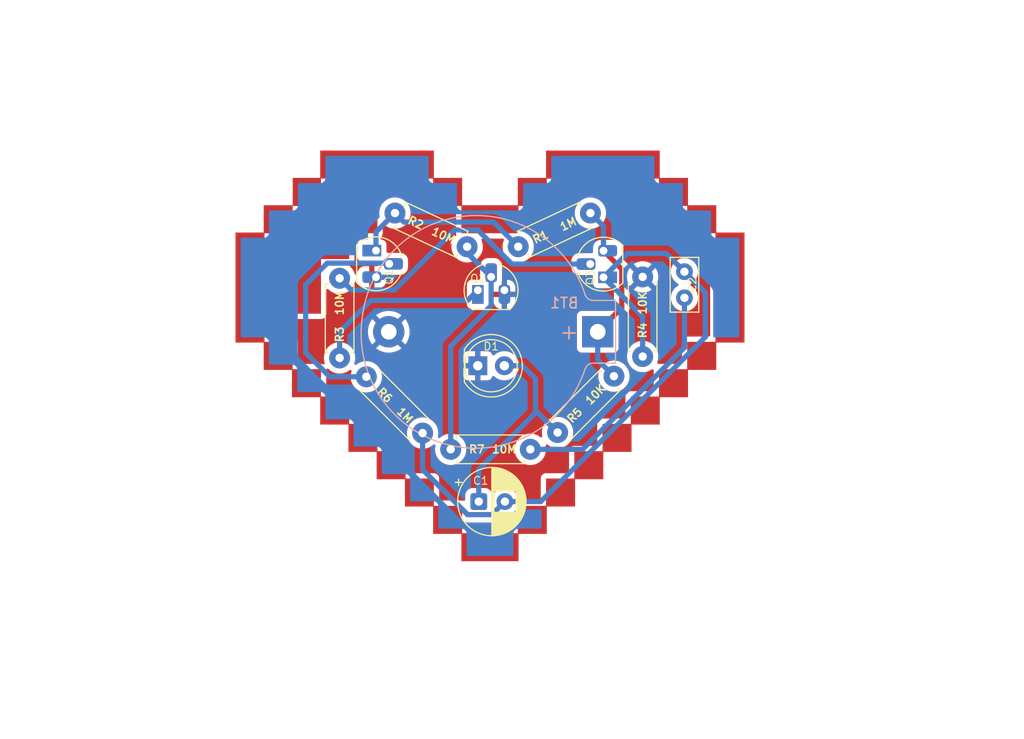
<source format=kicad_pcb>
(kicad_pcb (version 20241229) (generator "pcbnew") (generator_version "9.0")
  (layers (0 "F.Cu" signal) (2 "B.Cu" signal) (13 "F.Paste" user) (15 "B.Paste" user) (5 "F.SilkS" user "F.Silkscreen") (7 "B.SilkS" user "B.Silkscreen") (1 "F.Mask" user) (3 "B.Mask" user) (25 "Edge.Cuts" user))
  (net 0 "")
  (net 1 "GND")
  (net 2 "Net-(BT1-+)")
  (net 3 "Net-(Q3-C)")
  (net 4 "Net-(D1-A)")
  (net 5 "Net-(C2-Pad1)")
  (net 6 "Net-(Q1-C)")
  (net 7 "Net-(Q1-B)")
  (net 8 "Net-(Q2-C)")
  (net 9 "Net-(Q2-B)")
  (net 10 "Net-(Q3-B)")
  (footprint "blinkyparts:R_Axial_DIN0207_L6.3mm_D2.5mm_P7.62mm_Horizontal_handsoldering" (layer "F.Cu") (at 143.796967 74.389825 -25)
    (property "Reference" "R2" (at 2.192282 -0.000208 155) (layer "F.SilkS") (effects (font (size 0.75 0.75))))
    (property "Value" "10M" (at 5.118457 0.000655 155) (layer "F.SilkS") (effects (font (size 0.75 0.75))))
    (fp_line (start 0.540001 1.369999) (end 7.08 1.37) (stroke (width 0.12)) (layer "F.SilkS"))
    (fp_line (start 0.539999 1.039999) (end 0.540001 1.369999) (stroke (width 0.12)) (layer "F.SilkS"))
    (fp_line (start 0.54 -1.04) (end 0.54 -1.37) (stroke (width 0.12)) (layer "F.SilkS"))
    (fp_line (start 0.54 -1.37) (end 7.08 -1.37) (stroke (width 0.12)) (layer "F.SilkS"))
    (fp_line (start 7.08 1.37) (end 7.08 1.04) (stroke (width 0.12)) (layer "F.SilkS"))
    (fp_line (start 7.08 -1.37) (end 7.08 -1.04) (stroke (width 0.12)) (layer "F.SilkS"))
    (pad "1" thru_hole circle (at 0 0 335) (size 2 2) (drill 0.8) (layers "*.Cu" "*.Mask") (net 6 "Net-(Q1-C)"))
    (pad "2" thru_hole circle (at 7.620001 0 335) (size 2 2) (drill 0.8) (layers "*.Cu" "*.Mask") (net 9 "Net-(Q2-B)"))
  )
  (footprint "Package_TO_SOT_THT:TO-92_HandSolder" (layer "F.Cu") (at 163.75 80.54 90)
    (property "Reference" "Q3" (at 0 -1.25 90) (layer "F.SilkS") (effects (font (size 0.75 0.75) (thickness 0.1))))
    (property "Value" "BC557")
    (fp_line (start -0.53 1.85) (end 3.07 1.85) (stroke (width 0.12)) (layer "F.SilkS"))
    (fp_arc (start 2.05 -2.45) (mid 3.769931 -0.601036) (end 3.078445 1.827684) (stroke (width 0.12)) (layer "F.SilkS"))
    (fp_arc (start -0.541875 1.841741) (mid -1.247231 -0.581764) (end 0.45 -2.45) (stroke (width 0.12)) (layer "F.SilkS"))
    (pad "1" thru_hole rect (at 0 0 90) (size 1.1 1.8) (drill 0.75 (offset 0 0.4)) (layers "*.Cu" "*.Mask") (net 3 "Net-(Q3-C)"))
    (pad "2" thru_hole roundrect (at 1.27 -1.27 90) (size 1.1 1.8) (drill 0.75 (offset 0 -0.4)) (layers "*.Cu" "*.Mask") (net 10 "Net-(Q3-B)"))
    (pad "3" thru_hole roundrect (at 2.54 0 90) (size 1.1 1.8) (drill 0.75 (offset 0 0.4)) (layers "*.Cu" "*.Mask") (net 2 "Net-(BT1-+)"))
  )
  (footprint "blinkyparts:R_Axial_DIN0207_L6.3mm_D2.5mm_P7.62mm_Horizontal_handsoldering" (layer "F.Cu") (at 167.5 88.12 90)
    (property "Reference" "R4" (at 2.5 0 90) (layer "F.SilkS") (effects (font (size 0.75 0.75))))
    (property "Value" "10K" (at 5.12 0 90) (layer "F.SilkS") (effects (font (size 0.75 0.75))))
    (fp_line (start 7.08 -1.37) (end 7.08 -1.04) (stroke (width 0.12)) (layer "F.SilkS"))
    (fp_line (start 0.54 -1.37) (end 7.08 -1.37) (stroke (width 0.12)) (layer "F.SilkS"))
    (fp_line (start 0.54 -1.04) (end 0.54 -1.37) (stroke (width 0.12)) (layer "F.SilkS"))
    (fp_line (start 0.54 1.04) (end 0.54 1.37) (stroke (width 0.12)) (layer "F.SilkS"))
    (fp_line (start 7.08 1.37) (end 7.08 1.04) (stroke (width 0.12)) (layer "F.SilkS"))
    (fp_line (start 0.54 1.37) (end 7.08 1.37) (stroke (width 0.12)) (layer "F.SilkS"))
    (pad "1" thru_hole circle (at 0 0 90) (size 2 2) (drill 0.8) (layers "*.Cu" "*.Mask") (net 3 "Net-(Q3-C)"))
    (pad "2" thru_hole circle (at 7.62 0 90) (size 2 2) (drill 0.8) (layers "*.Cu" "*.Mask") (net 1 "GND"))
  )
  (footprint "blinkyparts:heart-pixel" (layer "F.Cu") (at 128.5 68.25)
    (property "Reference" "heart" (hide yes))
    (property "Value" "G***" (hide yes))
    (fp_poly (pts (xy 10.845024 5.388067) (xy 10.845024 7.858664) (xy 8.142882 7.858664) (xy 8.142882 10.473923) (xy 5.443077 10.473923) (xy 5.443077 15.774512) (xy 8.217811 15.774512) (xy 8.217811 10.546255) (xy 10.917609 10.546255) (xy 10.917609 8.0734) (xy 13.619759 8.0734) (xy 13.619759 5.388067) (xy 10.845024 5.388067)) (fill yes) (layer "F.Cu"))
    (fp_poly (pts (xy 8.140538 0.15755) (xy 8.140538 2.772809) (xy 5.510981 2.772809) (xy 5.510981 5.388067) (xy 2.736253 5.388067) (xy 2.736253 8.003328) (xy 0.034105 8.003328) (xy 0.034105 18.534436) (xy 2.736253 18.534436) (xy 2.736253 21.149694) (xy 5.438396 21.149694) (xy 5.438396 23.764952) (xy 8.140539 23.764952) (xy 8.140539 26.380209) (xy 10.842681 26.380209) (xy 10.842681 28.99547) (xy 13.54483 28.99547) (xy 13.54483 31.610728) (xy 16.24697 31.610728) (xy 16.24697 34.225986) (xy 18.949114 34.225986) (xy 18.949114 36.841246) (xy 21.651255 36.841246) (xy 21.651255 39.456506) (xy 27.053204 39.456506) (xy 27.053204 36.771176) (xy 21.723846 36.771176) (xy 21.723846 34.155913) (xy 19.021705 34.155913) (xy 19.021705 31.540655) (xy 16.319557 31.540655) (xy 16.319557 28.925397) (xy 13.617413 28.925397) (xy 13.617413 26.310139) (xy 10.915272 26.310139) (xy 10.915272 23.694879) (xy 8.213124 23.694879) (xy 8.213124 21.079621) (xy 5.510981 21.079621) (xy 5.510981 18.464363) (xy 2.808839 18.464363) (xy 2.808839 8.0734) (xy 5.510981 8.0734) (xy 5.510981 5.458143) (xy 8.213124 5.458143) (xy 8.213124 2.842884) (xy 18.946773 2.842884) (xy 18.946773 5.458143) (xy 21.648917 5.458143) (xy 21.648917 8.0734) (xy 27.125795 8.0734) (xy 27.125795 5.458143) (xy 29.827936 5.458143) (xy 29.827936 2.842884) (xy 40.560413 2.842884) (xy 40.560413 5.458143) (xy 43.262554 5.458143) (xy 43.262554 8.0734) (xy 45.964697 8.0734) (xy 45.964697 18.464363) (xy 43.262554 18.464363) (xy 43.262554 21.079621) (xy 40.563926 21.079621) (xy 40.563926 23.694879) (xy 37.861778 23.694879) (xy 37.861778 26.310139) (xy 35.159637 26.310139) (xy 35.159637 28.925397) (xy 32.457493 28.925397) (xy 32.457493 31.540655) (xy 29.755345 31.540655) (xy 29.755345 34.155913) (xy 27.053204 34.155913) (xy 27.053204 36.771176) (xy 27.053204 39.456506) (xy 27.128133 39.456506) (xy 27.128133 36.841246) (xy 29.830274 36.841246) (xy 29.830274 34.225986) (xy 32.532423 34.225986) (xy 32.532423 31.610728) (xy 35.234566 31.610728) (xy 35.234566 28.99547) (xy 37.936709 28.99547) (xy 37.936709 26.380209) (xy 40.638855 26.380209) (xy 40.638855 23.764952) (xy 43.340996 23.764952) (xy 43.340996 21.149694) (xy 46.04314 21.149694) (xy 46.04314 18.534436) (xy 48.745281 18.534436) (xy 48.745281 8.003328) (xy 46.04314 8.003328) (xy 46.04314 5.388067) (xy 46.04082 5.388067) (xy 43.338676 5.388067) (xy 43.338676 2.772809) (xy 40.6366 2.772809) (xy 40.6366 0.15755) (xy 29.755345 0.15755) (xy 29.755345 2.772809) (xy 27.053204 2.772809) (xy 27.053204 5.388067) (xy 21.723846 5.388067) (xy 21.723846 2.772809) (xy 19.021705 2.772809) (xy 19.021705 0.15755) (xy 8.140538 0.15755)) (fill yes) (layer "F.Cu"))
    (fp_poly (pts (xy 8.140535 0.157547) (xy 8.140535 2.772808) (xy 5.510978 2.772808) (xy 5.510978 5.388067) (xy 2.736248 5.388067) (xy 2.736248 8.003325) (xy 0.034107 8.003325) (xy 0.034107 18.534432) (xy 2.736248 18.534432) (xy 2.736248 21.14969) (xy 5.438391 21.14969) (xy 5.438391 23.764949) (xy 8.140535 23.764949) (xy 8.140535 26.380208) (xy 10.842684 26.380208) (xy 10.842684 28.995467) (xy 13.544824 28.995467) (xy 13.544824 31.610724) (xy 16.246968 31.610724) (xy 16.246968 34.225985) (xy 18.949109 34.225985) (xy 18.949109 36.841243) (xy 21.651257 36.841243) (xy 21.651257 39.456503) (xy 27.128123 39.456503) (xy 27.128123 36.841243) (xy 29.830271 36.841243) (xy 29.830271 34.225985) (xy 32.532415 34.225985) (xy 32.532415 31.610724) (xy 35.234556 31.610724) (xy 35.234556 28.995467) (xy 37.936699 28.995467) (xy 37.936699 26.380208) (xy 40.638845 26.380208) (xy 40.638845 23.764949) (xy 43.340989 23.764949) (xy 43.340989 21.14969) (xy 46.043132 21.14969) (xy 46.043132 18.534432) (xy 48.745275 18.534432) (xy 48.745275 8.003325) (xy 46.043132 8.003325) (xy 46.043132 5.388067) (xy 46.040812 5.388067) (xy 43.338661 5.388067) (xy 43.338661 2.772808) (xy 40.636585 2.772808) (xy 40.636585 0.157547) (xy 29.755342 0.157547) (xy 29.755342 2.772808) (xy 27.053193 2.772808) (xy 27.053193 5.388067) (xy 21.723843 5.388067) (xy 21.723843 2.772808) (xy 19.021701 2.772808) (xy 19.021701 0.157547) (xy 8.140535 0.157547)) (stroke (width 0.00001)) (fill no) (layer "Edge.Cuts"))
  )
  (footprint "Package_TO_SOT_THT:TO-92_HandSolder" (layer "F.Cu") (at 141.98 77.98 -90)
    (property "Reference" "Q1" (at 2.5 -1.25 90) (layer "F.SilkS") (effects (font (size 0.75 0.75) (thickness 0.1))))
    (property "Value" "BC547")
    (fp_line (start -0.53 1.85) (end 3.07 1.85) (stroke (width 0.12)) (layer "F.SilkS"))
    (fp_arc (start -0.541875 1.841741) (mid -1.247231 -0.581764) (end 0.45 -2.45) (stroke (width 0.12)) (layer "F.SilkS"))
    (fp_arc (start 2.05 -2.45) (mid 3.769931 -0.601036) (end 3.078445 1.827684) (stroke (width 0.12)) (layer "F.SilkS"))
    (pad "1" thru_hole rect (at 0 0 270) (size 1.1 1.8) (drill 0.75 (offset 0 0.4)) (layers "*.Cu" "*.Mask") (net 6 "Net-(Q1-C)"))
    (pad "2" thru_hole roundrect (at 1.27 -1.27 270) (size 1.1 1.8) (drill 0.75 (offset 0 -0.4)) (layers "*.Cu" "*.Mask") (net 7 "Net-(Q1-B)"))
    (pad "3" thru_hole roundrect (at 2.54 0 270) (size 1.1 1.8) (drill 0.75 (offset 0 0.4)) (layers "*.Cu" "*.Mask") (net 1 "GND"))
  )
  (footprint "blinkyparts:R_Axial_DIN0207_L6.3mm_D2.5mm_P7.62mm_Horizontal_handsoldering" (layer "F.Cu") (at 164.75 90 -135)
    (property "Reference" "R5" (at 5.303301 0 45) (layer "F.SilkS") (effects (font (size 0.75 0.75))))
    (property "Value" "10K" (at 2.474874 0 45) (layer "F.SilkS") (effects (font (size 0.75 0.75))))
    (fp_line (start 7.08 1.37) (end 7.08 1.04) (stroke (width 0.12)) (layer "F.SilkS"))
    (fp_line (start 7.08 -1.37) (end 7.08 -1.04) (stroke (width 0.12)) (layer "F.SilkS"))
    (fp_line (start 0.54 1.37) (end 7.08 1.37) (stroke (width 0.12)) (layer "F.SilkS"))
    (fp_line (start 0.54 1.04) (end 0.54 1.37) (stroke (width 0.12)) (layer "F.SilkS"))
    (fp_line (start 0.54 -1.04) (end 0.54 -1.37) (stroke (width 0.12)) (layer "F.SilkS"))
    (fp_line (start 0.54 -1.37) (end 7.08 -1.37) (stroke (width 0.12)) (layer "F.SilkS"))
    (pad "1" thru_hole circle (at 0 0 225) (size 2 2) (drill 0.8) (layers "*.Cu" "*.Mask") (net 2 "Net-(BT1-+)"))
    (pad "2" thru_hole circle (at 7.62 0 225) (size 2 2) (drill 0.8) (layers "*.Cu" "*.Mask") (net 4 "Net-(D1-A)"))
  )
  (footprint "blinkyparts:R_Axial_DIN0207_L6.3mm_D2.5mm_P7.62mm_Horizontal_handsoldering" (layer "F.Cu") (at 162.5 74.389826 -155)
    (property "Reference" "R1" (at 5.296998 -0.065639 25) (layer "F.SilkS") (effects (font (size 0.75 0.75))))
    (property "Value" "1M" (at 2.370823 -0.064776 25) (layer "F.SilkS") (effects (font (size 0.75 0.75))))
    (fp_line (start 7.080001 1.370001) (end 7.08 1.04) (stroke (width 0.12)) (layer "F.SilkS"))
    (fp_line (start 7.079999 -1.369999) (end 7.08 -1.04) (stroke (width 0.12)) (layer "F.SilkS"))
    (fp_line (start 0.54 1.37) (end 7.080001 1.370001) (stroke (width 0.12)) (layer "F.SilkS"))
    (fp_line (start 0.54 1.04) (end 0.54 1.37) (stroke (width 0.12)) (layer "F.SilkS"))
    (fp_line (start 0.540001 -1.04) (end 0.540001 -1.370002) (stroke (width 0.12)) (layer "F.SilkS"))
    (fp_line (start 0.540001 -1.370002) (end 7.079999 -1.369999) (stroke (width 0.12)) (layer "F.SilkS"))
    (pad "1" thru_hole circle (at 0 0 205) (size 2 2) (drill 0.8) (layers "*.Cu" "*.Mask") (net 2 "Net-(BT1-+)"))
    (pad "2" thru_hole circle (at 7.620001 0 205) (size 2 2) (drill 0.8) (layers "*.Cu" "*.Mask") (net 6 "Net-(Q1-C)"))
  )
  (footprint "Package_TO_SOT_THT:TO-92_HandSolder" (layer "F.Cu") (at 151.73 81.77)
    (property "Reference" "Q2" (at 0.02 -1.11 0) (layer "F.SilkS") (effects (font (size 0.75 0.75) (thickness 0.1))))
    (property "Value" "BC547")
    (fp_line (start -0.53 1.85) (end 3.07 1.85) (stroke (width 0.12)) (layer "F.SilkS"))
    (fp_arc (start -0.541875 1.841741) (mid -1.247231 -0.581764) (end 0.45 -2.45) (stroke (width 0.12)) (layer "F.SilkS"))
    (fp_arc (start 2.05 -2.45) (mid 3.769931 -0.601036) (end 3.078445 1.827684) (stroke (width 0.12)) (layer "F.SilkS"))
    (pad "1" thru_hole rect (at 0 0) (size 1.1 1.8) (drill 0.75 (offset 0 0.4)) (layers "*.Cu" "*.Mask") (net 8 "Net-(Q2-C)"))
    (pad "2" thru_hole roundrect (at 1.27 -1.27) (size 1.1 1.8) (drill 0.75 (offset 0 -0.4)) (layers "*.Cu" "*.Mask") (net 9 "Net-(Q2-B)"))
    (pad "3" thru_hole roundrect (at 2.54 0) (size 1.1 1.8) (drill 0.75 (offset 0 0.4)) (layers "*.Cu" "*.Mask") (net 1 "GND"))
  )
  (footprint "Capacitor_THT:CP_Radial_D6.3mm_P2.50mm" (layer "F.Cu") (at 151.817621 102)
    (property "Reference" "C1" (at 0.182379 -2 0) (layer "F.SilkS") (effects (font (size 0.75 0.75) (thickness 0.1))))
    (property "Value" "100uF")
    (fp_line (start -2.250241 -1.839) (end -1.620241 -1.839) (stroke (width 0.12)) (layer "F.SilkS"))
    (fp_line (start -1.935241 -2.154) (end -1.935241 -1.524) (stroke (width 0.12)) (layer "F.SilkS"))
    (fp_line (start 1.25 -3.23) (end 1.25 3.23) (stroke (width 0.12)) (layer "F.SilkS"))
    (fp_line (start 1.29 -3.23) (end 1.29 3.23) (stroke (width 0.12)) (layer "F.SilkS"))
    (fp_line (start 1.33 -3.229) (end 1.33 3.229) (stroke (width 0.12)) (layer "F.SilkS"))
    (fp_line (start 1.37 -3.228) (end 1.37 3.228) (stroke (width 0.12)) (layer "F.SilkS"))
    (fp_line (start 1.41 -3.226) (end 1.41 3.226) (stroke (width 0.12)) (layer "F.SilkS"))
    (fp_line (start 1.45 -3.224) (end 1.45 3.224) (stroke (width 0.12)) (layer "F.SilkS"))
    (fp_line (start 1.49 -3.221) (end 1.49 -1.04) (stroke (width 0.12)) (layer "F.SilkS"))
    (fp_line (start 1.49 1.04) (end 1.49 3.221) (stroke (width 0.12)) (layer "F.SilkS"))
    (fp_line (start 1.53 -3.218) (end 1.53 -1.04) (stroke (width 0.12)) (layer "F.SilkS"))
    (fp_line (start 1.53 1.04) (end 1.53 3.218) (stroke (width 0.12)) (layer "F.SilkS"))
    (fp_line (start 1.57 -3.214) (end 1.57 -1.04) (stroke (width 0.12)) (layer "F.SilkS"))
    (fp_line (start 1.57 1.04) (end 1.57 3.214) (stroke (width 0.12)) (layer "F.SilkS"))
    (fp_line (start 1.61 -3.21) (end 1.61 -1.04) (stroke (width 0.12)) (layer "F.SilkS"))
    (fp_line (start 1.61 1.04) (end 1.61 3.21) (stroke (width 0.12)) (layer "F.SilkS"))
    (fp_line (start 1.65 -3.205) (end 1.65 -1.04) (stroke (width 0.12)) (layer "F.SilkS"))
    (fp_line (start 1.65 1.04) (end 1.65 3.205) (stroke (width 0.12)) (layer "F.SilkS"))
    (fp_line (start 1.69 -3.2) (end 1.69 -1.04) (stroke (width 0.12)) (layer "F.SilkS"))
    (fp_line (start 1.69 1.04) (end 1.69 3.2) (stroke (width 0.12)) (layer "F.SilkS"))
    (fp_line (start 1.73 -3.195) (end 1.73 -1.04) (stroke (width 0.12)) (layer "F.SilkS"))
    (fp_line (start 1.73 1.04) (end 1.73 3.195) (stroke (width 0.12)) (layer "F.SilkS"))
    (fp_line (start 1.77 -3.188) (end 1.77 -1.04) (stroke (width 0.12)) (layer "F.SilkS"))
    (fp_line (start 1.77 1.04) (end 1.77 3.188) (stroke (width 0.12)) (layer "F.SilkS"))
    (fp_line (start 1.81 -3.182) (end 1.81 -1.04) (stroke (width 0.12)) (layer "F.SilkS"))
    (fp_line (start 1.81 1.04) (end 1.81 3.182) (stroke (width 0.12)) (layer "F.SilkS"))
    (fp_line (start 1.85 -3.174) (end 1.85 -1.04) (stroke (width 0.12)) (layer "F.SilkS"))
    (fp_line (start 1.85 1.04) (end 1.85 3.174) (stroke (width 0.12)) (layer "F.SilkS"))
    (fp_line (start 1.89 -3.167) (end 1.89 -1.04) (stroke (width 0.12)) (layer "F.SilkS"))
    (fp_line (start 1.89 1.04) (end 1.89 3.167) (stroke (width 0.12)) (layer "F.SilkS"))
    (fp_line (start 1.93 -3.159) (end 1.93 -1.04) (stroke (width 0.12)) (layer "F.SilkS"))
    (fp_line (start 1.93 1.04) (end 1.93 3.159) (stroke (width 0.12)) (layer "F.SilkS"))
    (fp_line (start 1.97 -3.15) (end 1.97 -1.04) (stroke (width 0.12)) (layer "F.SilkS"))
    (fp_line (start 1.97 1.04) (end 1.97 3.15) (stroke (width 0.12)) (layer "F.SilkS"))
    (fp_line (start 2.01 -3.14) (end 2.01 -1.04) (stroke (width 0.12)) (layer "F.SilkS"))
    (fp_line (start 2.01 1.04) (end 2.01 3.14) (stroke (width 0.12)) (layer "F.SilkS"))
    (fp_line (start 2.05 -3.131) (end 2.05 -1.04) (stroke (width 0.12)) (layer "F.SilkS"))
    (fp_line (start 2.05 1.04) (end 2.05 3.131) (stroke (width 0.12)) (layer "F.SilkS"))
    (fp_line (start 2.09 -3.12) (end 2.09 -1.04) (stroke (width 0.12)) (layer "F.SilkS"))
    (fp_line (start 2.09 1.04) (end 2.09 3.12) (stroke (width 0.12)) (layer "F.SilkS"))
    (fp_line (start 2.13 -3.109) (end 2.13 -1.04) (stroke (width 0.12)) (layer "F.SilkS"))
    (fp_line (start 2.13 1.04) (end 2.13 3.109) (stroke (width 0.12)) (layer "F.SilkS"))
    (fp_line (start 2.17 -3.098) (end 2.17 -1.04) (stroke (width 0.12)) (layer "F.SilkS"))
    (fp_line (start 2.17 1.04) (end 2.17 3.098) (stroke (width 0.12)) (layer "F.SilkS"))
    (fp_line (start 2.21 -3.086) (end 2.21 -1.04) (stroke (width 0.12)) (layer "F.SilkS"))
    (fp_line (start 2.21 1.04) (end 2.21 3.086) (stroke (width 0.12)) (layer "F.SilkS"))
    (fp_line (start 2.25 -3.073) (end 2.25 -1.04) (stroke (width 0.12)) (layer "F.SilkS"))
    (fp_line (start 2.25 1.04) (end 2.25 3.073) (stroke (width 0.12)) (layer "F.SilkS"))
    (fp_line (start 2.29 -3.06) (end 2.29 -1.04) (stroke (width 0.12)) (layer "F.SilkS"))
    (fp_line (start 2.29 1.04) (end 2.29 3.06) (stroke (width 0.12)) (layer "F.SilkS"))
    (fp_line (start 2.33 -3.047) (end 2.33 -1.04) (stroke (width 0.12)) (layer "F.SilkS"))
    (fp_line (start 2.33 1.04) (end 2.33 3.047) (stroke (width 0.12)) (layer "F.SilkS"))
    (fp_line (start 2.37 -3.032) (end 2.37 -1.04) (stroke (width 0.12)) (layer "F.SilkS"))
    (fp_line (start 2.37 1.04) (end 2.37 3.032) (stroke (width 0.12)) (layer "F.SilkS"))
    (fp_line (start 2.41 -3.017) (end 2.41 -1.04) (stroke (width 0.12)) (layer "F.SilkS"))
    (fp_line (start 2.41 1.04) (end 2.41 3.017) (stroke (width 0.12)) (layer "F.SilkS"))
    (fp_line (start 2.45 -3.002) (end 2.45 -1.04) (stroke (width 0.12)) (layer "F.SilkS"))
    (fp_line (start 2.45 1.04) (end 2.45 3.002) (stroke (width 0.12)) (layer "F.SilkS"))
    (fp_line (start 2.49 -2.986) (end 2.49 -1.04) (stroke (width 0.12)) (layer "F.SilkS"))
    (fp_line (start 2.49 1.04) (end 2.49 2.986) (stroke (width 0.12)) (layer "F.SilkS"))
    (fp_line (start 2.53 -2.969) (end 2.53 -1.04) (stroke (width 0.12)) (layer "F.SilkS"))
    (fp_line (start 2.53 1.04) (end 2.53 2.969) (stroke (width 0.12)) (layer "F.SilkS"))
    (fp_line (start 2.57 -2.952) (end 2.57 -1.04) (stroke (width 0.12)) (layer "F.SilkS"))
    (fp_line (start 2.57 1.04) (end 2.57 2.952) (stroke (width 0.12)) (layer "F.SilkS"))
    (fp_line (start 2.61 -2.934) (end 2.61 -1.04) (stroke (width 0.12)) (layer "F.SilkS"))
    (fp_line (start 2.61 1.04) (end 2.61 2.934) (stroke (width 0.12)) (layer "F.SilkS"))
    (fp_line (start 2.65 -2.915) (end 2.65 -1.04) (stroke (width 0.12)) (layer "F.SilkS"))
    (fp_line (start 2.65 1.04) (end 2.65 2.915) (stroke (width 0.12)) (layer "F.SilkS"))
    (fp_line (start 2.69 -2.896) (end 2.69 -1.04) (stroke (width 0.12)) (layer "F.SilkS"))
    (fp_line (start 2.69 1.04) (end 2.69 2.896) (stroke (width 0.12)) (layer "F.SilkS"))
    (fp_line (start 2.73 -2.876) (end 2.73 -1.04) (stroke (width 0.12)) (layer "F.SilkS"))
    (fp_line (start 2.73 1.04) (end 2.73 2.876) (stroke (width 0.12)) (layer "F.SilkS"))
    (fp_line (start 2.77 -2.855) (end 2.77 -1.04) (stroke (width 0.12)) (layer "F.SilkS"))
    (fp_line (start 2.77 1.04) (end 2.77 2.855) (stroke (width 0.12)) (layer "F.SilkS"))
    (fp_line (start 2.81 -2.834) (end 2.81 -1.04) (stroke (width 0.12)) (layer "F.SilkS"))
    (fp_line (start 2.81 1.04) (end 2.81 2.834) (stroke (width 0.12)) (layer "F.SilkS"))
    (fp_line (start 2.85 -2.812) (end 2.85 -1.04) (stroke (width 0.12)) (layer "F.SilkS"))
    (fp_line (start 2.85 1.04) (end 2.85 2.812) (stroke (width 0.12)) (layer "F.SilkS"))
    (fp_line (start 2.89 -2.789) (end 2.89 -1.04) (stroke (width 0.12)) (layer "F.SilkS"))
    (fp_line (start 2.89 1.04) (end 2.89 2.789) (stroke (width 0.12)) (layer "F.SilkS"))
    (fp_line (start 2.93 -2.765) (end 2.93 -1.04) (stroke (width 0.12)) (layer "F.SilkS"))
    (fp_line (start 2.93 1.04) (end 2.93 2.765) (stroke (width 0.12)) (layer "F.SilkS"))
    (fp_line (start 2.97 -2.741) (end 2.97 -1.04) (stroke (width 0.12)) (layer "F.SilkS"))
    (fp_line (start 2.97 1.04) (end 2.97 2.741) (stroke (width 0.12)) (layer "F.SilkS"))
    (fp_line (start 3.01 -2.716) (end 3.01 -1.04) (stroke (width 0.12)) (layer "F.SilkS"))
    (fp_line (start 3.01 1.04) (end 3.01 2.716) (stroke (width 0.12)) (layer "F.SilkS"))
    (fp_line (start 3.05 -2.69) (end 3.05 -1.04) (stroke (width 0.12)) (layer "F.SilkS"))
    (fp_line (start 3.05 1.04) (end 3.05 2.69) (stroke (width 0.12)) (layer "F.SilkS"))
    (fp_line (start 3.09 -2.663) (end 3.09 -1.04) (stroke (width 0.12)) (layer "F.SilkS"))
    (fp_line (start 3.09 1.04) (end 3.09 2.663) (stroke (width 0.12)) (layer "F.SilkS"))
    (fp_line (start 3.13 -2.636) (end 3.13 -1.04) (stroke (width 0.12)) (layer "F.SilkS"))
    (fp_line (start 3.13 1.04) (end 3.13 2.636) (stroke (width 0.12)) (layer "F.SilkS"))
    (fp_line (start 3.17 -2.607) (end 3.17 -1.04) (stroke (width 0.12)) (layer "F.SilkS"))
    (fp_line (start 3.17 1.04) (end 3.17 2.607) (stroke (width 0.12)) (layer "F.SilkS"))
    (fp_line (start 3.21 -2.577) (end 3.21 -1.04) (stroke (width 0.12)) (layer "F.SilkS"))
    (fp_line (start 3.21 1.04) (end 3.21 2.577) (stroke (width 0.12)) (layer "F.SilkS"))
    (fp_line (start 3.25 -2.547) (end 3.25 -1.04) (stroke (width 0.12)) (layer "F.SilkS"))
    (fp_line (start 3.25 1.04) (end 3.25 2.547) (stroke (width 0.12)) (layer "F.SilkS"))
    (fp_line (start 3.29 -2.516) (end 3.29 -1.04) (stroke (width 0.12)) (layer "F.SilkS"))
    (fp_line (start 3.29 1.04) (end 3.29 2.516) (stroke (width 0.12)) (layer "F.SilkS"))
    (fp_line (start 3.33 -2.483) (end 3.33 -1.04) (stroke (width 0.12)) (layer "F.SilkS"))
    (fp_line (start 3.33 1.04) (end 3.33 2.483) (stroke (width 0.12)) (layer "F.SilkS"))
    (fp_line (start 3.37 -2.45) (end 3.37 -1.04) (stroke (width 0.12)) (layer "F.SilkS"))
    (fp_line (start 3.37 1.04) (end 3.37 2.45) (stroke (width 0.12)) (layer "F.SilkS"))
    (fp_line (start 3.41 -2.415) (end 3.41 -1.04) (stroke (width 0.12)) (layer "F.SilkS"))
    (fp_line (start 3.41 1.04) (end 3.41 2.415) (stroke (width 0.12)) (layer "F.SilkS"))
    (fp_line (start 3.45 -2.379) (end 3.45 -1.04) (stroke (width 0.12)) (layer "F.SilkS"))
    (fp_line (start 3.45 1.04) (end 3.45 2.379) (stroke (width 0.12)) (layer "F.SilkS"))
    (fp_line (start 3.49 -2.342) (end 3.49 -1.04) (stroke (width 0.12)) (layer "F.SilkS"))
    (fp_line (start 3.49 1.04) (end 3.49 2.342) (stroke (width 0.12)) (layer "F.SilkS"))
    (fp_line (start 3.53 -2.304) (end 3.53 -1.04) (stroke (width 0.12)) (layer "F.SilkS"))
    (fp_line (start 3.53 1.04) (end 3.53 2.304) (stroke (width 0.12)) (layer "F.SilkS"))
    (fp_line (start 3.57 -2.264) (end 3.57 2.264) (stroke (width 0.12)) (layer "F.SilkS"))
    (fp_line (start 3.61 -2.223) (end 3.61 2.223) (stroke (width 0.12)) (layer "F.SilkS"))
    (fp_line (start 3.65 -2.181) (end 3.65 2.181) (stroke (width 0.12)) (layer "F.SilkS"))
    (fp_line (start 3.69 -2.137) (end 3.69 2.137) (stroke (width 0.12)) (layer "F.SilkS"))
    (fp_line (start 3.73 -2.091) (end 3.73 2.091) (stroke (width 0.12)) (layer "F.SilkS"))
    (fp_line (start 3.77 -2.044) (end 3.77 2.044) (stroke (width 0.12)) (layer "F.SilkS"))
    (fp_line (start 3.81 -1.995) (end 3.81 1.995) (stroke (width 0.12)) (layer "F.SilkS"))
    (fp_line (start 3.85 -1.943) (end 3.85 1.943) (stroke (width 0.12)) (layer "F.SilkS"))
    (fp_line (start 3.89 -1.89) (end 3.89 1.89) (stroke (width 0.12)) (layer "F.SilkS"))
    (fp_line (start 3.93 -1.834) (end 3.93 1.834) (stroke (width 0.12)) (layer "F.SilkS"))
    (fp_line (start 3.97 -1.775) (end 3.97 1.775) (stroke (width 0.12)) (layer "F.SilkS"))
    (fp_line (start 4.01 -1.714) (end 4.01 1.714) (stroke (width 0.12)) (layer "F.SilkS"))
    (fp_line (start 4.05 -1.649) (end 4.05 1.649) (stroke (width 0.12)) (layer "F.SilkS"))
    (fp_line (start 4.09 -1.581) (end 4.09 1.581) (stroke (width 0.12)) (layer "F.SilkS"))
    (fp_line (start 4.13 -1.509) (end 4.13 1.509) (stroke (width 0.12)) (layer "F.SilkS"))
    (fp_line (start 4.17 -1.432) (end 4.17 1.432) (stroke (width 0.12)) (layer "F.SilkS"))
    (fp_line (start 4.21 -1.35) (end 4.21 1.35) (stroke (width 0.12)) (layer "F.SilkS"))
    (fp_line (start 4.25 -1.261) (end 4.25 1.261) (stroke (width 0.12)) (layer "F.SilkS"))
    (fp_line (start 4.29 -1.165) (end 4.29 1.165) (stroke (width 0.12)) (layer "F.SilkS"))
    (fp_line (start 4.33 -1.058) (end 4.33 1.058) (stroke (width 0.12)) (layer "F.SilkS"))
    (fp_line (start 4.37 -0.939) (end 4.37 0.939) (stroke (width 0.12)) (layer "F.SilkS"))
    (fp_line (start 4.41 -0.801) (end 4.41 0.801) (stroke (width 0.12)) (layer "F.SilkS"))
    (fp_line (start 4.45 -0.633) (end 4.45 0.633) (stroke (width 0.12)) (layer "F.SilkS"))
    (fp_line (start 4.49 -0.402) (end 4.49 0.402) (stroke (width 0.12)) (layer "F.SilkS"))
    (fp_circle (center 1.25 0) (end 4.52 0) (stroke (width 0.12)) (fill no) (layer "F.SilkS"))
    (pad "1" thru_hole roundrect (at 0 0) (size 1.6 1.6) (drill 0.8) (layers "*.Cu" "*.Mask") (roundrect_rratio 0.15625) (net 4 "Net-(D1-A)"))
    (pad "2" thru_hole circle (at 2.5 0) (size 1.6 1.6) (drill 0.8) (layers "*.Cu" "*.Mask") (net 3 "Net-(Q3-C)"))
  )
  (footprint "blinkyparts:R_Axial_DIN0207_L6.3mm_D2.5mm_P7.62mm_Horizontal_handsoldering" (layer "F.Cu") (at 138.5 88.25 90)
    (property "Reference" "R3" (at 2.25 0 90) (layer "F.SilkS") (effects (font (size 0.75 0.75))))
    (property "Value" "10M" (at 5.25 0 90) (layer "F.SilkS") (effects (font (size 0.75 0.75))))
    (fp_line (start 7.08 -1.37) (end 7.08 -1.04) (stroke (width 0.12)) (layer "F.SilkS"))
    (fp_line (start 0.54 -1.37) (end 7.08 -1.37) (stroke (width 0.12)) (layer "F.SilkS"))
    (fp_line (start 0.54 -1.04) (end 0.54 -1.37) (stroke (width 0.12)) (layer "F.SilkS"))
    (fp_line (start 0.54 1.04) (end 0.54 1.37) (stroke (width 0.12)) (layer "F.SilkS"))
    (fp_line (start 7.08 1.37) (end 7.08 1.04) (stroke (width 0.12)) (layer "F.SilkS"))
    (fp_line (start 0.54 1.37) (end 7.08 1.37) (stroke (width 0.12)) (layer "F.SilkS"))
    (pad "1" thru_hole circle (at 0 0 90) (size 2 2) (drill 0.8) (layers "*.Cu" "*.Mask") (net 8 "Net-(Q2-C)"))
    (pad "2" thru_hole circle (at 7.62 0 90) (size 2 2) (drill 0.8) (layers "*.Cu" "*.Mask") (net 10 "Net-(Q3-B)"))
  )
  (footprint "Capacitor_THT:C_Disc_D5.0mm_W2.5mm_P2.50mm" (layer "F.Cu") (at 171.5 82.5 90)
    (property "Reference" "C2" (at 1.25 0.75 90) (layer "F.SilkS") (effects (font (size 0.75 0.75) (thickness 0.1))))
    (property "Value" "100nF")
    (fp_line (start 3.87 -1.37) (end 3.87 1.37) (stroke (width 0.12)) (layer "F.SilkS"))
    (fp_line (start -1.37 -1.37) (end 3.87 -1.37) (stroke (width 0.12)) (layer "F.SilkS"))
    (fp_line (start 3.87 1.37) (end -1.37 1.37) (stroke (width 0.12)) (layer "F.SilkS"))
    (fp_line (start -1.37 1.37) (end -1.37 -1.37) (stroke (width 0.12)) (layer "F.SilkS"))
    (pad "1" thru_hole circle (at 0 0 90) (size 1.6 1.6) (drill 0.8) (layers "*.Cu" "*.Mask") (net 5 "Net-(C2-Pad1)"))
    (pad "2" thru_hole circle (at 2.5 0 90) (size 1.6 1.6) (drill 0.8) (layers "*.Cu" "*.Mask") (net 3 "Net-(Q3-C)"))
  )
  (footprint "blinkyparts:R_Axial_DIN0207_L6.3mm_D2.5mm_P7.62mm_Horizontal_handsoldering" (layer "F.Cu") (at 149.13 97)
    (property "Reference" "R7" (at 2.5 0 0) (layer "F.SilkS") (effects (font (size 0.75 0.75))))
    (property "Value" "10M" (at 5.12 0 0) (layer "F.SilkS") (effects (font (size 0.75 0.75))))
    (fp_line (start 0.54 -1.37) (end 7.08 -1.37) (stroke (width 0.12)) (layer "F.SilkS"))
    (fp_line (start 0.54 -1.04) (end 0.54 -1.37) (stroke (width 0.12)) (layer "F.SilkS"))
    (fp_line (start 0.54 1.04) (end 0.54 1.37) (stroke (width 0.12)) (layer "F.SilkS"))
    (fp_line (start 0.54 1.37) (end 7.08 1.37) (stroke (width 0.12)) (layer "F.SilkS"))
    (fp_line (start 7.08 -1.37) (end 7.08 -1.04) (stroke (width 0.12)) (layer "F.SilkS"))
    (fp_line (start 7.08 1.37) (end 7.08 1.04) (stroke (width 0.12)) (layer "F.SilkS"))
    (pad "1" thru_hole circle (at 0 0) (size 2 2) (drill 0.8) (layers "*.Cu" "*.Mask") (net 9 "Net-(Q2-B)"))
    (pad "2" thru_hole circle (at 7.62 0) (size 2 2) (drill 0.8) (layers "*.Cu" "*.Mask") (net 5 "Net-(C2-Pad1)"))
  )
  (footprint "LED_THT:LED_D5.0mm" (layer "F.Cu") (at 151.725 89)
    (property "Reference" "D1" (at 1.277359 -1.853255 0) (layer "F.SilkS") (effects (font (size 0.75 0.75) (thickness 0.1))))
    (property "Value" "rot")
    (fp_line (start -1.29 -1.545) (end -1.29 1.545) (stroke (width 0.12)) (layer "F.SilkS"))
    (fp_arc (start -1.29 -1.54483) (mid 2.071779 -2.880495) (end 4.26 0) (stroke (width 0.12)) (layer "F.SilkS"))
    (fp_arc (start 4.26 0) (mid 2.071779 2.880495) (end -1.29 1.54483) (stroke (width 0.12)) (layer "F.SilkS"))
    (fp_circle (center 1.27 0) (end 3.77 0) (stroke (width 0.12)) (fill no) (layer "F.SilkS"))
    (pad "1" thru_hole rect (at 0 0) (size 1.8 1.8) (drill 0.9) (layers "*.Cu" "*.Mask") (net 1 "GND"))
    (pad "2" thru_hole circle (at 2.54 0) (size 1.8 1.8) (drill 0.9) (layers "*.Cu" "*.Mask") (net 4 "Net-(D1-A)"))
  )
  (footprint "blinkyparts:R_Axial_DIN0207_L6.3mm_D2.5mm_P7.62mm_Horizontal_handsoldering" (layer "F.Cu") (at 141.055923 90.055923 -45)
    (property "Reference" "R6" (at 2.5 0 315) (layer "F.SilkS") (effects (font (size 0.75 0.75))))
    (property "Value" "1M" (at 5.224214 0 315) (layer "F.SilkS") (effects (font (size 0.75 0.75))))
    (fp_line (start 0.54 1.37) (end 7.08 1.37) (stroke (width 0.12)) (layer "F.SilkS"))
    (fp_line (start 0.54 1.04) (end 0.54 1.37) (stroke (width 0.12)) (layer "F.SilkS"))
    (fp_line (start 0.54 -1.04) (end 0.54 -1.37) (stroke (width 0.12)) (layer "F.SilkS"))
    (fp_line (start 0.54 -1.37) (end 7.08 -1.37) (stroke (width 0.12)) (layer "F.SilkS"))
    (fp_line (start 7.08 1.37) (end 7.08 1.04) (stroke (width 0.12)) (layer "F.SilkS"))
    (fp_line (start 7.08 -1.37) (end 7.08 -1.04) (stroke (width 0.12)) (layer "F.SilkS"))
    (pad "1" thru_hole circle (at 0 0 315) (size 2 2) (drill 0.8) (layers "*.Cu" "*.Mask") (net 7 "Net-(Q1-B)"))
    (pad "2" thru_hole circle (at 7.62 0 315) (size 2 2) (drill 0.8) (layers "*.Cu" "*.Mask") (net 3 "Net-(Q3-C)"))
  )
  (footprint "blinkyparts:ce-icon_3mm" (layer "B.Cu") (at 147.725 90.125 180)
    (property "Reference" "ce-symbol_mask_3mm" (hide yes))
    (property "Value" "G***" (hide yes))
  )
  (footprint "blinkyparts:BatteryHolder_CR2032_schwarz" (layer "B.Cu") (at 163.200481 85.749998 180)
    (property "Reference" "BT1" (at 3.200481 2.749998 0) (layer "B.SilkS") (effects (justify mirror)))
    (property "Value" "Battery_Cell")
    (fp_line (start -1.7 3) (end 0.441139 3) (stroke (width 0.12)) (layer "B.SilkS"))
    (fp_line (start -1.7 -3) (end 0.441139 -3) (stroke (width 0.12)) (layer "B.SilkS"))
    (fp_line (start -1.7 -3) (end -1.7 3) (stroke (width 0.12)) (layer "B.SilkS"))
    (fp_arc (start 22.5 1.6) (mid 12.606244 11.081109) (end 1.191139 3.5) (stroke (width 0.12)) (layer "B.SilkS"))
    (fp_arc (start 1.192893 -3.526384) (mid 0.9 -3.144679) (end 0.441139 -3) (stroke (width 0.12)) (layer "B.SilkS"))
    (fp_arc (start 1.191139 -3.5) (mid 14.212441 -10.839284) (end 22.5 1.6) (stroke (width 0.12)) (layer "B.SilkS"))
    (fp_arc (start 0.441139 3) (mid 0.900001 3.144678) (end 1.192893 3.526384) (stroke (width 0.12)) (layer "B.SilkS"))
    (fp_text user "+" (at 2.75 0 0) (layer "B.SilkS") (effects (font (size 1.5 1.5)) (justify mirror)))
    (pad "1" thru_hole rect (at 0 0 180) (size 3 3) (drill 1.5) (layers "*.Cu" "*.Mask") (net 2 "Net-(BT1-+)"))
    (pad "2" thru_hole circle (at 20 0 180) (size 3 3) (drill 1.5) (layers "*.Cu" "*.Mask") (net 1 "GND"))
  )
  (footprint "blinkyparts:weee-icon_3mm" (layer "B.Cu") (at 147.928663 86.375 180)
    (property "Reference" "weee-symbol_mask_3mm" (hide yes))
    (property "Value" "G***" (hide yes))
  )
  (segment (start 165.501 79.751) (end 163.75 78) (width 0.5) (layer "F.Cu") (net 2))
  (segment (start 163.200481 85.749998) (end 165.501 83.449479) (width 0.5) (layer "F.Cu") (net 2))
  (segment (start 165.501 83.449479) (end 165.501 79.751) (width 0.5) (layer "F.Cu") (net 2))
  (segment (start 163.75 75.639826) (end 162.5 74.389826) (width 0.5) (layer "B.Cu") (net 2))
  (segment (start 163.200481 85.749998) (end 163.200481 88.450481) (width 0.5) (layer "B.Cu") (net 2))
  (segment (start 163.75 78) (end 163.75 75.639826) (width 0.5) (layer "B.Cu") (net 2))
  (segment (start 163.200481 88.450481) (end 164.75 90) (width 0.5) (layer "B.Cu") (net 2))
  (segment (start 163.75 80.54) (end 166.04 78.25) (width 0.5) (layer "B.Cu") (net 3))
  (segment (start 154.317621 102) (end 153.066621 103.251) (width 0.5) (layer "B.Cu") (net 3))
  (segment (start 157.744182 102) (end 173.5 86.244182) (width 0.5) (layer "B.Cu") (net 3))
  (segment (start 173.5 82) (end 171.5 80) (width 0.5) (layer "B.Cu") (net 3))
  (segment (start 167.5 84.29) (end 163.75 80.54) (width 0.5) (layer "B.Cu") (net 3))
  (segment (start 166.04 78.25) (end 169.75 78.25) (width 0.5) (layer "B.Cu") (net 3))
  (segment (start 173.5 86.244182) (end 173.5 82) (width 0.5) (layer "B.Cu") (net 3))
  (segment (start 169.75 78.25) (end 171.5 80) (width 0.5) (layer "B.Cu") (net 3))
  (segment (start 150.751 103.251) (end 146.444077 98.944077) (width 0.5) (layer "B.Cu") (net 3))
  (segment (start 167.5 88.12) (end 167.5 84.29) (width 0.5) (layer "B.Cu") (net 3))
  (segment (start 154.317621 102) (end 157.744182 102) (width 0.5) (layer "B.Cu") (net 3))
  (segment (start 153.066621 103.251) (end 150.751 103.251) (width 0.5) (layer "B.Cu") (net 3))
  (segment (start 146.444077 98.944077) (end 146.444077 95.444077) (width 0.5) (layer "B.Cu") (net 3))
  (segment (start 151.817621 98.932379) (end 151.817621 102) (width 0.5) (layer "B.Cu") (net 4))
  (segment (start 157.25 93.276308) (end 159.361846 95.388154) (width 0.5) (layer "B.Cu") (net 4))
  (segment (start 155.361846 95.388154) (end 153.875 96.875) (width 0.5) (layer "B.Cu") (net 4))
  (segment (start 153.875 96.875) (end 151.817621 98.932379) (width 0.5) (layer "B.Cu") (net 4))
  (segment (start 154.265 89) (end 156 89) (width 0.5) (layer "B.Cu") (net 4))
  (segment (start 153.875 96.875) (end 157.25 93.5) (width 0.5) (layer "B.Cu") (net 4))
  (segment (start 157.25 90.25) (end 157.25 93.276308) (width 0.5) (layer "B.Cu") (net 4))
  (segment (start 157.25 93.5) (end 157.25 93.276308) (width 0.5) (layer "B.Cu") (net 4))
  (segment (start 156 89) (end 157.25 90.25) (width 0.5) (layer "B.Cu") (net 4))
  (segment (start 171.5 82.5) (end 171.5 87.252818) (width 0.5) (layer "B.Cu") (net 5))
  (segment (start 161.752818 97) (end 156.75 97) (width 0.5) (layer "B.Cu") (net 5))
  (segment (start 171.5 87.252818) (end 161.752818 97) (width 0.5) (layer "B.Cu") (net 5))
  (segment (start 143.796967 74.389825) (end 144.657142 75.25) (width 0.5) (layer "B.Cu") (net 6))
  (segment (start 141.98 77.98) (end 141.98 76.206792) (width 0.5) (layer "B.Cu") (net 6))
  (segment (start 141.98 76.206792) (end 143.796967 74.389825) (width 0.5) (layer "B.Cu") (net 6))
  (segment (start 153.233756 75.25) (end 155.593934 77.610178) (width 0.5) (layer "B.Cu") (net 6))
  (segment (start 144.657142 75.25) (end 153.233756 75.25) (width 0.5) (layer "B.Cu") (net 6))
  (segment (start 137.321 79.179) (end 135.25 81.25) (width 0.5) (layer "B.Cu") (net 7))
  (segment (start 143.179 79.179) (end 137.321 79.179) (width 0.5) (layer "B.Cu") (net 7))
  (segment (start 143.25 79.25) (end 143.179 79.179) (width 0.5) (layer "B.Cu") (net 7))
  (segment (start 137.555923 90.055923) (end 141.055923 90.055923) (width 0.5) (layer "B.Cu") (net 7))
  (segment (start 135.25 81.25) (end 135.25 87.75) (width 0.5) (layer "B.Cu") (net 7))
  (segment (start 135.25 87.75) (end 137.555923 90.055923) (width 0.5) (layer "B.Cu") (net 7))
  (segment (start 150.75 82.75) (end 141.5 82.75) (width 0.5) (layer "B.Cu") (net 8))
  (segment (start 151.73 81.77) (end 150.75 82.75) (width 0.5) (layer "B.Cu") (net 8))
  (segment (start 141.5 82.75) (end 138.5 85.75) (width 0.5) (layer "B.Cu") (net 8))
  (segment (start 138.5 85.75) (end 138.5 88.25) (width 0.5) (layer "B.Cu") (net 8))
  (segment (start 149.13 97) (end 148.600458 96.470458) (width 0.5) (layer "B.Cu") (net 9))
  (segment (start 149.13 87.122) (end 153 83.252) (width 0.5) (layer "B.Cu") (net 9))
  (segment (start 153 83.252) (end 153 80.5) (width 0.5) (layer "B.Cu") (net 9))
  (segment (start 150.703033 78.203033) (end 153 80.5) (width 0.5) (layer "B.Cu") (net 9))
  (segment (start 149.13 97) (end 149.13 87.122) (width 0.5) (layer "B.Cu") (net 9))
  (segment (start 150.703033 77.610176) (end 150.703033 78.203033) (width 0.5) (layer "B.Cu") (net 9))
  (segment (start 149.5 76) (end 151.715866 76) (width 0.5) (layer "B.Cu") (net 10))
  (segment (start 138.5 80.63) (end 139.62 81.75) (width 0.5) (layer "B.Cu") (net 10))
  (segment (start 151.715866 76) (end 154.985866 79.27) (width 0.5) (layer "B.Cu") (net 10))
  (segment (start 138.5 80.63) (end 138.299 80.429) (width 0.5) (layer "B.Cu") (net 10))
  (segment (start 143.75 81.75) (end 149.5 76) (width 0.5) (layer "B.Cu") (net 10))
  (segment (start 139.62 81.75) (end 143.75 81.75) (width 0.5) (layer "B.Cu") (net 10))
  (segment (start 154.985866 79.27) (end 162.48 79.27) (width 0.5) (layer "B.Cu") (net 10))
  (zone (net 1) (net_name "GND") (layer "F.Cu") (connect_pads (clearance 0.5)) (min_thickness 0.25) (fill yes (thermal_gap 0.5) (thermal_bridge_width 0.5))
    (polygon (pts (xy 119.75 60) (xy 128.5 121.25) (xy 192.75 109.25) (xy 193.75 55.5)))
  )
  (zone (net 1) (net_name "GND") (layer "B.Cu") (priority 1) (connect_pads (clearance 0.5)) (min_thickness 0.25) (fill yes (thermal_gap 0.5) (thermal_bridge_width 0.5))
    (polygon (pts (xy 200 75) (xy 149.25 54) (xy 106 90.5) (xy 166.25 124.75) (xy 204 86.25)))
  )
)
</source>
